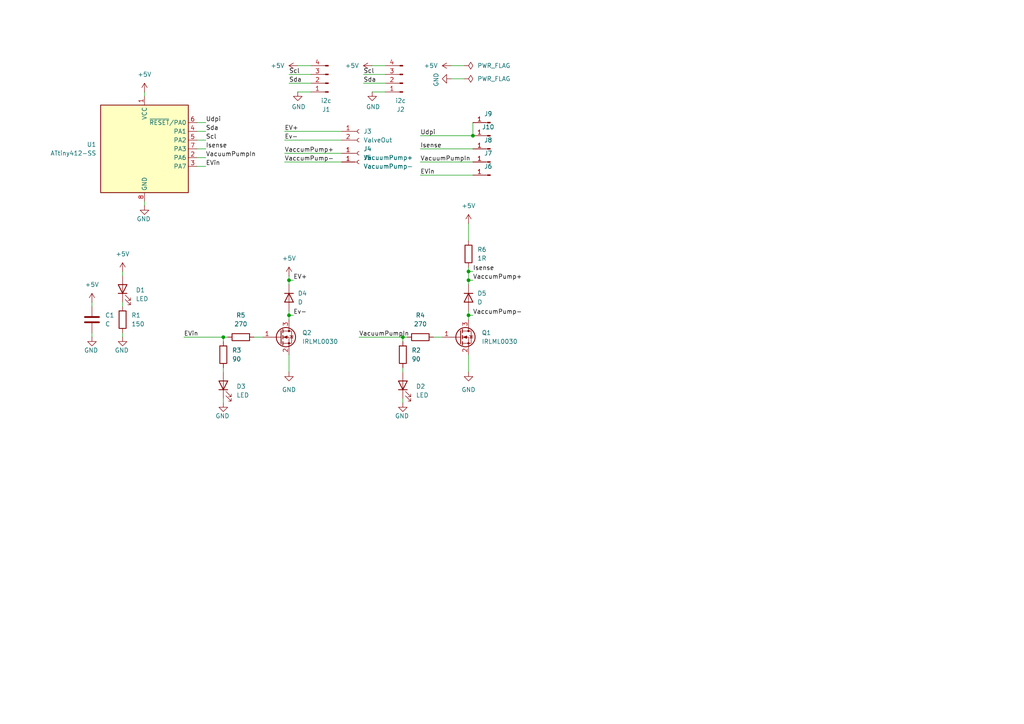
<source format=kicad_sch>
(kicad_sch (version 20231120) (generator "eeschema") (generator_version "8.0")
  (paper "A4")
  (lib_symbols
    (symbol "Connector:Conn_01x01_Pin" (pin_names (offset 1.016) hide)
      (property "Reference" "J" (at 0 2.54 0))
      (property "Value" "Conn_01x01_Pin" (at 0 -2.54 0))
      (symbol "Conn_01x01_Pin_1_1"
        (polyline (pts (xy 1.27 0) (xy 0.8636 0)) (stroke (width 0.1524)))
        (rectangle (start 0.8636 0.127) (end 0 -0.127) (stroke (width 0.1524)) (fill (type outline)))
        (pin passive line (at 5.08 0 180) (length 3.81) (name "Pin_1") (number "1"))
      )
    )
    (symbol "Connector:Conn_01x01_Socket" (pin_names (offset 1.016) hide)
      (property "Reference" "J" (at 0 2.54 0))
      (property "Value" "Conn_01x01_Socket" (at 0 -2.54 0))
      (symbol "Conn_01x01_Socket_1_1"
        (polyline (pts (xy -1.27 0) (xy -0.508 0)) (stroke (width 0.1524)))
        (arc (start 0 0.508) (mid -0.5058 0) (end 0 -0.508) (stroke (width 0.1524)))
        (pin passive line (at -5.08 0 0) (length 3.81) (name "Pin_1") (number "1"))
      )
    )
    (symbol "Connector:Conn_01x02_Socket" (pin_names (offset 1.016) hide)
      (property "Reference" "J" (at 0 2.54 0))
      (property "Value" "Conn_01x02_Socket" (at 0 -5.08 0))
      (symbol "Conn_01x02_Socket_1_1"
        (arc (start 0 -2.032) (mid -0.5058 -2.54) (end 0 -3.048) (stroke (width 0.1524)))
        (polyline (pts (xy -1.27 -2.54) (xy -0.508 -2.54)) (stroke (width 0.1524)))
        (polyline (pts (xy -1.27 0) (xy -0.508 0)) (stroke (width 0.1524)))
        (arc (start 0 0.508) (mid -0.5058 0) (end 0 -0.508) (stroke (width 0.1524)))
        (pin passive line (at -5.08 0 0) (length 3.81) (name "Pin_1") (number "1"))
        (pin passive line (at -5.08 -2.54 0) (length 3.81) (name "Pin_2") (number "2"))
      )
    )
    (symbol "Connector:Conn_01x04_Pin" (pin_names (offset 1.016) hide)
      (property "Reference" "J" (at 0 5.08 0))
      (property "Value" "Conn_01x04_Pin" (at 0 -7.62 0))
      (symbol "Conn_01x04_Pin_1_1"
        (polyline (pts (xy 1.27 -5.08) (xy 0.8636 -5.08)) (stroke (width 0.1524)))
        (polyline (pts (xy 1.27 -2.54) (xy 0.8636 -2.54)) (stroke (width 0.1524)))
        (polyline (pts (xy 1.27 0) (xy 0.8636 0)) (stroke (width 0.1524)))
        (polyline (pts (xy 1.27 2.54) (xy 0.8636 2.54)) (stroke (width 0.1524)))
        (rectangle (start 0.8636 -4.953) (end 0 -5.207) (stroke (width 0.1524)) (fill (type outline)))
        (rectangle (start 0.8636 -2.413) (end 0 -2.667) (stroke (width 0.1524)) (fill (type outline)))
        (rectangle (start 0.8636 0.127) (end 0 -0.127) (stroke (width 0.1524)) (fill (type outline)))
        (rectangle (start 0.8636 2.667) (end 0 2.413) (stroke (width 0.1524)) (fill (type outline)))
        (pin passive line (at 5.08 2.54 180) (length 3.81) (name "Pin_1") (number "1"))
        (pin passive line (at 5.08 0 180) (length 3.81) (name "Pin_2") (number "2"))
        (pin passive line (at 5.08 -2.54 180) (length 3.81) (name "Pin_3") (number "3"))
        (pin passive line (at 5.08 -5.08 180) (length 3.81) (name "Pin_4") (number "4"))
      )
    )
    (symbol "Device:C" (pin_numbers hide) (pin_names (offset 0.254))
      (property "Reference" "C" (at 0.635 2.54 0))
      (property "Value" "C" (at 0.635 -2.54 0))
      (symbol "C_0_1"
        (polyline (pts (xy -2.032 -0.762) (xy 2.032 -0.762)) (stroke (width 0.508)))
        (polyline (pts (xy -2.032 0.762) (xy 2.032 0.762)) (stroke (width 0.508)))
      )
      (symbol "C_1_1"
        (pin passive line (at 0 3.81 270) (length 2.794) (name "~") (number "1"))
        (pin passive line (at 0 -3.81 90) (length 2.794) (name "~") (number "2"))
      )
    )
    (symbol "Device:D" (pin_numbers hide) (pin_names (offset 1.016) hide)
      (property "Reference" "D" (at 0 2.54 0))
      (property "Value" "D" (at 0 -2.54 0))
      (symbol "D_0_1"
        (polyline (pts (xy -1.27 1.27) (xy -1.27 -1.27)) (stroke (width 0.254)))
        (polyline (pts (xy 1.27 0) (xy -1.27 0)))
        (polyline (pts (xy 1.27 1.27) (xy 1.27 -1.27) (xy -1.27 0) (xy 1.27 1.27)) (stroke (width 0.254)))
      )
      (symbol "D_1_1"
        (pin passive line (at -3.81 0 0) (length 2.54) (name "K") (number "1"))
        (pin passive line (at 3.81 0 180) (length 2.54) (name "A") (number "2"))
      )
    )
    (symbol "Device:LED" (pin_numbers hide) (pin_names (offset 1.016) hide)
      (property "Reference" "D" (at 0 2.54 0))
      (property "Value" "LED" (at 0 -2.54 0))
      (symbol "LED_0_1"
        (polyline (pts (xy -1.27 -1.27) (xy -1.27 1.27)) (stroke (width 0.254)))
        (polyline (pts (xy -1.27 0) (xy 1.27 0)))
        (polyline (pts (xy 1.27 -1.27) (xy 1.27 1.27) (xy -1.27 0) (xy 1.27 -1.27)) (stroke (width 0.254)))
        (polyline (pts (xy -3.048 -0.762) (xy -4.572 -2.286) (xy -3.81 -2.286) (xy -4.572 -2.286) (xy -4.572 -1.524)))
        (polyline (pts (xy -1.778 -0.762) (xy -3.302 -2.286) (xy -2.54 -2.286) (xy -3.302 -2.286) (xy -3.302 -1.524)))
      )
      (symbol "LED_1_1"
        (pin passive line (at -3.81 0 0) (length 2.54) (name "K") (number "1"))
        (pin passive line (at 3.81 0 180) (length 2.54) (name "A") (number "2"))
      )
    )
    (symbol "Device:R" (pin_numbers hide) (pin_names (offset 0))
      (property "Reference" "R" (at 2.032 0 90))
      (property "Value" "R" (at 0 0 90))
      (symbol "R_0_1"
        (rectangle (start -1.016 -2.54) (end 1.016 2.54) (stroke (width 0.254)))
      )
      (symbol "R_1_1"
        (pin passive line (at 0 3.81 270) (length 1.27) (name "~") (number "1"))
        (pin passive line (at 0 -3.81 90) (length 1.27) (name "~") (number "2"))
      )
    )
    (symbol "MCU_Microchip_ATtiny:ATtiny412-SS"
      (property "Reference" "U" (at -12.7 13.97 0))
      (property "Value" "ATtiny412-SS" (at 2.54 -13.97 0))
      (symbol "ATtiny412-SS_0_1"
        (rectangle (start -12.7 -12.7) (end 12.7 12.7) (stroke (width 0.254)) (fill (type background)))
      )
      (symbol "ATtiny412-SS_1_1"
        (pin power_in line (at 0 15.24 270) (length 2.54) (name "VCC") (number "1"))
        (pin bidirectional line (at 15.24 -2.54 180) (length 2.54) (name "PA6") (number "2"))
        (pin bidirectional line (at 15.24 -5.08 180) (length 2.54) (name "PA7") (number "3"))
        (pin bidirectional line (at 15.24 5.08 180) (length 2.54) (name "PA1") (number "4"))
        (pin bidirectional line (at 15.24 2.54 180) (length 2.54) (name "PA2") (number "5"))
        (pin bidirectional line (at 15.24 7.62 180) (length 2.54) (name "~{RESET}/PA0") (number "6"))
        (pin bidirectional line (at 15.24 0 180) (length 2.54) (name "PA3") (number "7"))
        (pin power_in line (at 0 -15.24 90) (length 2.54) (name "GND") (number "8"))
      )
    )
    (symbol "Transistor_FET:IRLML0030" (pin_names hide)
      (property "Reference" "Q" (at 5.08 1.905 0))
      (property "Value" "IRLML0030" (at 5.08 0 0))
      (symbol "IRLML0030_0_1"
        (polyline (pts (xy 0.254 0) (xy -2.54 0)))
        (polyline (pts (xy 0.254 1.905) (xy 0.254 -1.905)) (stroke (width 0.254)))
        (polyline (pts (xy 0.762 -1.27) (xy 0.762 -2.286)) (stroke (width 0.254)))
        (polyline (pts (xy 0.762 0.508) (xy 0.762 -0.508)) (stroke (width 0.254)))
        (polyline (pts (xy 0.762 2.286) (xy 0.762 1.27)) (stroke (width 0.254)))
        (polyline (pts (xy 2.54 2.54) (xy 2.54 1.778)))
        (polyline (pts (xy 2.54 -2.54) (xy 2.54 0) (xy 0.762 0)))
        (polyline (pts (xy 0.762 -1.778) (xy 3.302 -1.778) (xy 3.302 1.778) (xy 0.762 1.778)))
        (polyline (pts (xy 1.016 0) (xy 2.032 0.381) (xy 2.032 -0.381) (xy 1.016 0)) (fill (type outline)))
        (polyline (pts (xy 2.794 0.508) (xy 2.921 0.381) (xy 3.683 0.381) (xy 3.81 0.254)))
        (polyline (pts (xy 3.302 0.381) (xy 2.921 -0.254) (xy 3.683 -0.254) (xy 3.302 0.381)))
        (circle (center 1.651 0) (radius 2.794) (stroke (width 0.254)))
        (circle (center 2.54 -1.778) (radius 0.254) (fill (type outline)))
        (circle (center 2.54 1.778) (radius 0.254) (fill (type outline)))
      )
      (symbol "IRLML0030_1_1"
        (pin input line (at -5.08 0 0) (length 2.54) (name "G") (number "1"))
        (pin passive line (at 2.54 -5.08 90) (length 2.54) (name "S") (number "2"))
        (pin passive line (at 2.54 5.08 270) (length 2.54) (name "D") (number "3"))
      )
    )
    (symbol "power:+5V" (power) (pin_numbers hide) (pin_names (offset 0) hide)
      (property "Value" "+5V" (at 0 3.556 0))
      (symbol "+5V_0_1"
        (polyline (pts (xy -0.762 1.27) (xy 0 2.54)))
        (polyline (pts (xy 0 0) (xy 0 2.54)))
        (polyline (pts (xy 0 2.54) (xy 0.762 1.27)))
      )
      (symbol "+5V_1_1"
        (pin power_in line (at 0 0 90) (length 0) (name "~") (number "1"))
      )
    )
    (symbol "power:GND" (power) (pin_numbers hide) (pin_names (offset 0) hide)
      (property "Value" "GND" (at 0 -3.81 0))
      (symbol "GND_0_1"
        (polyline (pts (xy 0 0) (xy 0 -1.27) (xy 1.27 -1.27) (xy 0 -2.54) (xy -1.27 -1.27) (xy 0 -1.27)))
      )
      (symbol "GND_1_1"
        (pin power_in line (at 0 0 270) (length 0) (name "~") (number "1"))
      )
    )
    (symbol "power:PWR_FLAG" (power) (pin_numbers hide) (pin_names (offset 0) hide)
      (property "Value" "PWR_FLAG" (at 0 3.81 0))
      (symbol "PWR_FLAG_0_0"
        (pin power_out line (at 0 0 90) (length 0) (name "~") (number "1"))
      )
      (symbol "PWR_FLAG_0_1"
        (polyline (pts (xy 0 0) (xy 0 1.27) (xy -1.016 1.905) (xy 0 2.54) (xy 1.016 1.905) (xy 0 1.27)))
      )
    )
  )
  (junction (at 135.89 81.28))
  (junction (at 116.84 97.79))
  (junction (at 135.89 91.44))
  (junction (at 64.77 97.79))
  (junction (at 83.82 81.28))
  (junction (at 135.89 78.74))
  (junction (at 137.16 39.37))
  (junction (at 83.82 91.44))
  (wire (pts (xy 83.82 91.44) (xy 83.82 92.71)))
  (wire (pts (xy 57.15 35.56) (xy 59.69 35.56)))
  (wire (pts (xy 41.91 58.42) (xy 41.91 59.69)))
  (wire (pts (xy 35.56 78.74) (xy 35.56 80.01)))
  (wire (pts (xy 83.82 90.17) (xy 83.82 91.44)))
  (wire (pts (xy 105.41 24.13) (xy 111.76 24.13)))
  (wire (pts (xy 135.89 102.87) (xy 135.89 107.95)))
  (wire (pts (xy 57.15 40.64) (xy 59.69 40.64)))
  (wire (pts (xy 86.36 26.67) (xy 90.17 26.67)))
  (wire (pts (xy 83.82 102.87) (xy 83.82 107.95)))
  (wire (pts (xy 137.16 35.56) (xy 137.16 39.37)))
  (wire (pts (xy 105.41 21.59) (xy 111.76 21.59)))
  (wire (pts (xy 130.81 22.86) (xy 134.62 22.86)))
  (wire (pts (xy 135.89 64.77) (xy 135.89 69.85)))
  (wire (pts (xy 104.14 97.79) (xy 116.84 97.79)))
  (wire (pts (xy 107.95 19.05) (xy 111.76 19.05)))
  (wire (pts (xy 57.15 43.18) (xy 59.69 43.18)))
  (wire (pts (xy 64.77 106.68) (xy 64.77 107.95)))
  (wire (pts (xy 121.92 46.99) (xy 137.16 46.99)))
  (wire (pts (xy 135.89 90.17) (xy 135.89 91.44)))
  (wire (pts (xy 82.55 46.99) (xy 99.06 46.99)))
  (wire (pts (xy 82.55 44.45) (xy 99.06 44.45)))
  (wire (pts (xy 83.82 80.01) (xy 83.82 81.28)))
  (wire (pts (xy 35.56 96.52) (xy 35.56 97.79)))
  (wire (pts (xy 135.89 77.47) (xy 135.89 78.74)))
  (wire (pts (xy 85.09 81.28) (xy 83.82 81.28)))
  (wire (pts (xy 125.73 97.79) (xy 128.27 97.79)))
  (wire (pts (xy 135.89 91.44) (xy 137.16 91.44)))
  (wire (pts (xy 121.92 43.18) (xy 137.16 43.18)))
  (wire (pts (xy 83.82 21.59) (xy 90.17 21.59)))
  (wire (pts (xy 116.84 97.79) (xy 116.84 99.06)))
  (wire (pts (xy 121.92 50.8) (xy 137.16 50.8)))
  (wire (pts (xy 116.84 106.68) (xy 116.84 107.95)))
  (wire (pts (xy 57.15 38.1) (xy 59.69 38.1)))
  (wire (pts (xy 35.56 87.63) (xy 35.56 88.9)))
  (wire (pts (xy 53.34 97.79) (xy 64.77 97.79)))
  (wire (pts (xy 116.84 97.79) (xy 118.11 97.79)))
  (wire (pts (xy 83.82 24.13) (xy 90.17 24.13)))
  (wire (pts (xy 130.81 19.05) (xy 134.62 19.05)))
  (wire (pts (xy 83.82 81.28) (xy 83.82 82.55)))
  (wire (pts (xy 64.77 97.79) (xy 66.04 97.79)))
  (wire (pts (xy 83.82 91.44) (xy 85.09 91.44)))
  (wire (pts (xy 135.89 78.74) (xy 135.89 81.28)))
  (wire (pts (xy 82.55 38.1) (xy 99.06 38.1)))
  (wire (pts (xy 57.15 48.26) (xy 59.69 48.26)))
  (wire (pts (xy 73.66 97.79) (xy 76.2 97.79)))
  (wire (pts (xy 86.36 19.05) (xy 90.17 19.05)))
  (wire (pts (xy 107.95 26.67) (xy 111.76 26.67)))
  (wire (pts (xy 26.67 96.52) (xy 26.67 97.79)))
  (wire (pts (xy 135.89 81.28) (xy 135.89 82.55)))
  (wire (pts (xy 64.77 99.06) (xy 64.77 97.79)))
  (wire (pts (xy 121.92 39.37) (xy 137.16 39.37)))
  (wire (pts (xy 64.77 115.57) (xy 64.77 116.84)))
  (wire (pts (xy 82.55 40.64) (xy 99.06 40.64)))
  (wire (pts (xy 116.84 115.57) (xy 116.84 116.84)))
  (wire (pts (xy 135.89 78.74) (xy 137.16 78.74)))
  (wire (pts (xy 137.16 81.28) (xy 135.89 81.28)))
  (wire (pts (xy 41.91 26.67) (xy 41.91 27.94)))
  (wire (pts (xy 135.89 91.44) (xy 135.89 92.71)))
  (wire (pts (xy 57.15 45.72) (xy 59.69 45.72)))
  (wire (pts (xy 26.67 87.63) (xy 26.67 88.9)))
  (label "EVin" (at 59.69 48.26 0))
  (label "VaccumPump-" (at 82.55 46.99 0))
  (label "Sda" (at 83.82 24.13 0))
  (label "VacuumPumpIn" (at 59.69 45.72 0))
  (label "Scl" (at 105.41 21.59 0))
  (label "Ev-" (at 85.09 91.44 0))
  (label "VaccumPump+" (at 137.16 81.28 0))
  (label "VacuumPumpIn" (at 104.14 97.79 0))
  (label "Sda" (at 59.69 38.1 0))
  (label "Udpi" (at 121.92 39.37 0))
  (label "VacuumPumpIn" (at 121.92 46.99 0))
  (label "VaccumPump-" (at 137.16 91.44 0))
  (label "Ev-" (at 82.55 40.64 0))
  (label "VaccumPump+" (at 82.55 44.45 0))
  (label "Sda" (at 105.41 24.13 0))
  (label "EV+" (at 85.09 81.28 0))
  (label "Udpi" (at 59.69 35.56 0))
  (label "EVin" (at 121.92 50.8 0))
  (label "Scl" (at 59.69 40.64 0))
  (label "Isense" (at 59.69 43.18 0))
  (label "Isense" (at 121.92 43.18 0))
  (label "Isense" (at 137.16 78.74 0))
  (label "EV+" (at 82.55 38.1 0))
  (label "EVin" (at 53.34 97.79 0))
  (label "Scl" (at 83.82 21.59 0))
  (symbol (lib_id "Device:R") (at 69.85 97.79 90) (unit 1)
    (property "Reference" "R5" (at 69.85 91.44 90))
    (property "Value" "270" (at 69.85 93.98 90))
    (property "Footprint" "Resistor_SMD:R_0603_1608Metric_Pad0.98x0.95mm_HandSolder" (effects (hide yes)))
    (property "Description" "Resistor" (effects (hide yes)))
  )
  (symbol (lib_id "Device:R") (at 116.84 102.87 0) (unit 1)
    (property "Reference" "R2" (at 119.38 101.5999 0) (effects (justify left)))
    (property "Value" "90" (at 119.38 104.1399 0) (effects (justify left)))
    (property "Footprint" "Resistor_SMD:R_0603_1608Metric_Pad0.98x0.95mm_HandSolder" (effects (hide yes)))
    (property "Description" "Resistor" (effects (hide yes)))
  )
  (symbol (lib_id "power:GND") (at 83.82 107.95 0) (unit 1)
    (property "Reference" "#PWR07" (effects (hide yes)))
    (property "Value" "GND" (at 83.82 113.03 0))
    (property "Description" "Power symbol creates a global label with name \"GND\" , ground" (effects (hide yes)))
  )
  (symbol (lib_id "power:GND") (at 130.81 22.86 270) (unit 1)
    (property "Reference" "#PWR016" (effects (hide yes)))
    (property "Value" "GND" (at 126.492 23.114 0))
    (property "Description" "Power symbol creates a global label with name \"GND\" , ground" (effects (hide yes)))
  )
  (symbol (lib_id "Device:LED") (at 64.77 111.76 90) (unit 1)
    (property "Reference" "D3" (at 68.58 112.0774 90) (effects (justify right)))
    (property "Value" "LED" (at 68.58 114.6174 90) (effects (justify right)))
    (property "Footprint" "Diode_SMD:D_0603_1608Metric_Pad1.05x0.95mm_HandSolder" (effects (hide yes)))
    (property "Description" "Light emitting diode" (effects (hide yes)))
  )
  (symbol (lib_id "power:PWR_FLAG") (at 134.62 22.86 270) (unit 1)
    (property "Reference" "#FLG01" (effects (hide yes)))
    (property "Value" "PWR_FLAG" (at 138.43 22.8599 90) (effects (justify left)))
    (property "Description" "Special symbol for telling ERC where power comes from" (effects (hide yes)))
  )
  (symbol (lib_id "Device:R") (at 135.89 73.66 0) (unit 1)
    (property "Reference" "R6" (at 138.43 72.3899 0) (effects (justify left)))
    (property "Value" "1R" (at 138.43 74.9299 0) (effects (justify left)))
    (property "Footprint" "Resistor_SMD:R_1206_3216Metric_Pad1.30x1.75mm_HandSolder" (effects (hide yes)))
    (property "Description" "Resistor" (effects (hide yes)))
  )
  (symbol (lib_id "Connector:Conn_01x01_Pin") (at 142.24 39.37 180) (unit 1)
    (property "Reference" "J10" (at 141.605 36.83 0))
    (property "Value" "Conn_01x01_Pin" (effects (hide yes)))
    (property "Footprint" "Connector_PinSocket_2.54mm:PinSocket_1x01_P2.54mm_Vertical" (effects (hide yes)))
    (property "Description" "Generic connector, single row, 01x01, script generated" (effects (hide yes)))
  )
  (symbol (lib_id "power:GND") (at 116.84 116.84 0) (unit 1)
    (property "Reference" "#PWR09" (effects (hide yes)))
    (property "Value" "GND" (at 116.586 120.65 0))
    (property "Description" "Power symbol creates a global label with name \"GND\" , ground" (effects (hide yes)))
  )
  (symbol (lib_id "Device:R") (at 121.92 97.79 90) (unit 1)
    (property "Reference" "R4" (at 121.92 91.44 90))
    (property "Value" "270" (at 121.92 93.98 90))
    (property "Footprint" "Resistor_SMD:R_0603_1608Metric_Pad0.98x0.95mm_HandSolder" (effects (hide yes)))
    (property "Description" "Resistor" (effects (hide yes)))
  )
  (symbol (lib_id "Device:D") (at 83.82 86.36 270) (unit 1)
    (property "Reference" "D4" (at 86.36 85.0899 90) (effects (justify left)))
    (property "Value" "D" (at 86.36 87.6299 90) (effects (justify left)))
    (property "Footprint" "Diode_SMD:D_SOD-123" (effects (hide yes)))
    (property "Description" "Diode" (effects (hide yes)))
    (property "Sim.Device" "D" (effects (hide yes)))
    (property "Sim.Pins" "1=K 2=A" (effects (hide yes)))
  )
  (symbol (lib_id "Connector:Conn_01x04_Pin") (at 95.25 24.13 180) (unit 1)
    (property "Reference" "J1" (at 94.615 31.75 0))
    (property "Value" "i2c" (at 94.615 29.21 0))
    (property "Footprint" "Connector_PinHeader_2.54mm:PinHeader_1x04_P2.54mm_Vertical" (effects (hide yes)))
    (property "Description" "Generic connector, single row, 01x04, script generated" (effects (hide yes)))
  )
  (symbol (lib_id "power:GND") (at 64.77 116.84 0) (unit 1)
    (property "Reference" "#PWR010" (effects (hide yes)))
    (property "Value" "GND" (at 64.516 120.65 0))
    (property "Description" "Power symbol creates a global label with name \"GND\" , ground" (effects (hide yes)))
  )
  (symbol (lib_id "Transistor_FET:IRLML0030") (at 133.35 97.79 0) (unit 1)
    (property "Reference" "Q1" (at 139.7 96.5199 0) (effects (justify left)))
    (property "Value" "IRLML0030" (at 139.7 99.0599 0) (effects (justify left)))
    (property "Footprint" "Package_TO_SOT_SMD:SOT-23" (effects (hide yes)))
    (property "Datasheet" "https://www.infineon.com/dgdl/irlml0030pbf.pdf?fileId=5546d462533600a401535664773825df" (effects (hide yes)))
    (property "Description" "5.3A Id, 30V Vds, 27mOhm Rds, N-Channel HEXFET Power MOSFET, SOT-23" (effects (hide yes)))
  )
  (symbol (lib_id "power:GND") (at 35.56 97.79 0) (unit 1)
    (property "Reference" "#PWR08" (effects (hide yes)))
    (property "Value" "GND" (at 35.306 101.6 0))
    (property "Description" "Power symbol creates a global label with name \"GND\" , ground" (effects (hide yes)))
  )
  (symbol (lib_id "Device:R") (at 64.77 102.87 0) (unit 1)
    (property "Reference" "R3" (at 67.31 101.5999 0) (effects (justify left)))
    (property "Value" "90" (at 67.31 104.1399 0) (effects (justify left)))
    (property "Footprint" "Resistor_SMD:R_0603_1608Metric_Pad0.98x0.95mm_HandSolder" (effects (hide yes)))
    (property "Description" "Resistor" (effects (hide yes)))
  )
  (symbol (lib_id "Connector:Conn_01x01_Socket") (at 104.14 44.45 0) (unit 1)
    (property "Reference" "J4" (at 105.41 43.1799 0) (effects (justify left)))
    (property "Value" "VacuumPump+" (at 105.41 45.7199 0) (effects (justify left)))
    (property "Footprint" "MountingHole:MountingHole_2.5mm_Pad_TopBottom" (effects (hide yes)))
    (property "Description" "Generic connector, single row, 01x01, script generated" (effects (hide yes)))
  )
  (symbol (lib_id "Device:LED") (at 35.56 83.82 90) (unit 1)
    (property "Reference" "D1" (at 39.37 84.1374 90) (effects (justify right)))
    (property "Value" "LED" (at 39.37 86.6774 90) (effects (justify right)))
    (property "Footprint" "Diode_SMD:D_0603_1608Metric_Pad1.05x0.95mm_HandSolder" (effects (hide yes)))
    (property "Description" "Light emitting diode" (effects (hide yes)))
  )
  (symbol (lib_id "Connector:Conn_01x01_Socket") (at 104.14 46.99 0) (unit 1)
    (property "Reference" "J5" (at 105.41 45.7199 0) (effects (justify left)))
    (property "Value" "VacuumPump-" (at 105.41 48.2599 0) (effects (justify left)))
    (property "Footprint" "MountingHole:MountingHole_2.5mm_Pad_TopBottom" (effects (hide yes)))
    (property "Description" "Generic connector, single row, 01x01, script generated" (effects (hide yes)))
  )
  (symbol (lib_id "power:GND") (at 26.67 97.79 0) (unit 1)
    (property "Reference" "#PWR03" (effects (hide yes)))
    (property "Value" "GND" (at 26.416 101.6 0))
    (property "Description" "Power symbol creates a global label with name \"GND\" , ground" (effects (hide yes)))
  )
  (symbol (lib_id "Connector:Conn_01x01_Pin") (at 142.24 50.8 180) (unit 1)
    (property "Reference" "J6" (at 141.605 48.26 0))
    (property "Value" "Conn_01x01_Pin" (effects (hide yes)))
    (property "Footprint" "Connector_Wire:SolderWirePad_1x01_SMD_1x2mm" (effects (hide yes)))
    (property "Description" "Generic connector, single row, 01x01, script generated" (effects (hide yes)))
  )
  (symbol (lib_id "Connector:Conn_01x01_Pin") (at 142.24 35.56 180) (unit 1)
    (property "Reference" "J9" (at 141.605 33.02 0))
    (property "Value" "Conn_01x01_Pin" (effects (hide yes)))
    (property "Footprint" "Connector_Wire:SolderWirePad_1x01_SMD_1x2mm" (effects (hide yes)))
    (property "Description" "Generic connector, single row, 01x01, script generated" (effects (hide yes)))
  )
  (symbol (lib_id "Connector:Conn_01x01_Pin") (at 142.24 46.99 180) (unit 1)
    (property "Reference" "J7" (at 141.605 44.45 0))
    (property "Value" "Conn_01x01_Pin" (effects (hide yes)))
    (property "Footprint" "Connector_Wire:SolderWirePad_1x01_SMD_1x2mm" (effects (hide yes)))
    (property "Description" "Generic connector, single row, 01x01, script generated" (effects (hide yes)))
  )
  (symbol (lib_id "Connector:Conn_01x04_Pin") (at 116.84 24.13 180) (unit 1)
    (property "Reference" "J2" (at 116.205 31.75 0))
    (property "Value" "i2c" (at 116.205 29.21 0))
    (property "Footprint" "Connector_PinHeader_2.54mm:PinHeader_1x04_P2.54mm_Vertical" (effects (hide yes)))
    (property "Description" "Generic connector, single row, 01x04, script generated" (effects (hide yes)))
  )
  (symbol (lib_id "Device:D") (at 135.89 86.36 270) (unit 1)
    (property "Reference" "D5" (at 138.43 85.0899 90) (effects (justify left)))
    (property "Value" "D" (at 138.43 87.6299 90) (effects (justify left)))
    (property "Footprint" "Diode_SMD:D_SOD-123" (effects (hide yes)))
    (property "Description" "Diode" (effects (hide yes)))
    (property "Sim.Device" "D" (effects (hide yes)))
    (property "Sim.Pins" "1=K 2=A" (effects (hide yes)))
  )
  (symbol (lib_id "power:GND") (at 107.95 26.67 0) (unit 1)
    (property "Reference" "#PWR018" (effects (hide yes)))
    (property "Value" "GND" (at 108.204 30.988 0))
    (property "Description" "Power symbol creates a global label with name \"GND\" , ground" (effects (hide yes)))
  )
  (symbol (lib_id "power:+5V") (at 41.91 26.67 0) (unit 1)
    (property "Reference" "#PWR012" (effects (hide yes)))
    (property "Value" "+5V" (at 41.91 21.59 0))
    (property "Description" "Power symbol creates a global label with name \"+5V\"" (effects (hide yes)))
  )
  (symbol (lib_id "Device:LED") (at 116.84 111.76 90) (unit 1)
    (property "Reference" "D2" (at 120.65 112.0774 90) (effects (justify right)))
    (property "Value" "LED" (at 120.65 114.6174 90) (effects (justify right)))
    (property "Footprint" "Diode_SMD:D_0603_1608Metric_Pad1.05x0.95mm_HandSolder" (effects (hide yes)))
    (property "Description" "Light emitting diode" (effects (hide yes)))
  )
  (symbol (lib_id "power:+5V") (at 107.95 19.05 90) (unit 1)
    (property "Reference" "#PWR017" (effects (hide yes)))
    (property "Value" "+5V" (at 104.14 19.0501 90) (effects (justify left)))
    (property "Description" "Power symbol creates a global label with name \"+5V\"" (effects (hide yes)))
  )
  (symbol (lib_id "MCU_Microchip_ATtiny:ATtiny412-SS") (at 41.91 43.18 0) (unit 1)
    (property "Reference" "U1" (at 27.94 41.9099 0) (effects (justify right)))
    (property "Value" "ATtiny412-SS" (at 27.94 44.4499 0) (effects (justify right)))
    (property "Footprint" "Package_SO:SOIC-8_3.9x4.9mm_P1.27mm" (effects (hide yes)))
    (property "Datasheet" "http://ww1.microchip.com/downloads/en/DeviceDoc/40001911A.pdf" (effects (hide yes)))
    (property "Description" "20MHz, 4kB Flash, 256B SRAM, 128B EEPROM, SOIC-8" (effects (hide yes)))
  )
  (symbol (lib_id "power:PWR_FLAG") (at 134.62 19.05 270) (unit 1)
    (property "Reference" "#FLG02" (effects (hide yes)))
    (property "Value" "PWR_FLAG" (at 138.43 19.0499 90) (effects (justify left)))
    (property "Description" "Special symbol for telling ERC where power comes from" (effects (hide yes)))
  )
  (symbol (lib_id "Device:R") (at 35.56 92.71 0) (unit 1)
    (property "Reference" "R1" (at 38.1 91.4399 0) (effects (justify left)))
    (property "Value" "150" (at 38.1 93.9799 0) (effects (justify left)))
    (property "Footprint" "Resistor_SMD:R_0603_1608Metric_Pad0.98x0.95mm_HandSolder" (effects (hide yes)))
    (property "Description" "Resistor" (effects (hide yes)))
  )
  (symbol (lib_id "power:+5V") (at 26.67 87.63 0) (unit 1)
    (property "Reference" "#PWR02" (effects (hide yes)))
    (property "Value" "+5V" (at 26.67 82.55 0))
    (property "Description" "Power symbol creates a global label with name \"+5V\"" (effects (hide yes)))
  )
  (symbol (lib_id "power:+5V") (at 86.36 19.05 90) (unit 1)
    (property "Reference" "#PWR013" (effects (hide yes)))
    (property "Value" "+5V" (at 82.55 19.0501 90) (effects (justify left)))
    (property "Description" "Power symbol creates a global label with name \"+5V\"" (effects (hide yes)))
  )
  (symbol (lib_id "power:+5V") (at 35.56 78.74 0) (unit 1)
    (property "Reference" "#PWR06" (effects (hide yes)))
    (property "Value" "+5V" (at 35.56 73.66 0))
    (property "Description" "Power symbol creates a global label with name \"+5V\"" (effects (hide yes)))
  )
  (symbol (lib_id "power:+5V") (at 135.89 64.77 0) (unit 1)
    (property "Reference" "#PWR05" (effects (hide yes)))
    (property "Value" "+5V" (at 135.89 59.69 0))
    (property "Description" "Power symbol creates a global label with name \"+5V\"" (effects (hide yes)))
  )
  (symbol (lib_id "power:+5V") (at 130.81 19.05 90) (unit 1)
    (property "Reference" "#PWR015" (effects (hide yes)))
    (property "Value" "+5V" (at 127 19.0499 90) (effects (justify left)))
    (property "Description" "Power symbol creates a global label with name \"+5V\"" (effects (hide yes)))
  )
  (symbol (lib_id "Device:C") (at 26.67 92.71 0) (unit 1)
    (property "Reference" "C1" (at 30.48 91.4399 0) (effects (justify left)))
    (property "Value" "C" (at 30.48 93.9799 0) (effects (justify left)))
    (property "Footprint" "Capacitor_SMD:C_0603_1608Metric_Pad1.08x0.95mm_HandSolder" (effects (hide yes)))
    (property "Description" "Unpolarized capacitor" (effects (hide yes)))
  )
  (symbol (lib_id "power:+5V") (at 83.82 80.01 0) (unit 1)
    (property "Reference" "#PWR01" (effects (hide yes)))
    (property "Value" "+5V" (at 83.82 74.93 0))
    (property "Description" "Power symbol creates a global label with name \"+5V\"" (effects (hide yes)))
  )
  (symbol (lib_id "Connector:Conn_01x02_Socket") (at 104.14 38.1 0) (unit 1)
    (property "Reference" "J3" (at 105.41 38.0999 0) (effects (justify left)))
    (property "Value" "ValveOut" (at 105.41 40.6399 0) (effects (justify left)))
    (property "Footprint" "Connector_PinHeader_2.54mm:PinHeader_1x02_P2.54mm_Vertical" (effects (hide yes)))
    (property "Description" "Generic connector, single row, 01x02, script generated" (effects (hide yes)))
  )
  (symbol (lib_id "Transistor_FET:IRLML0030") (at 81.28 97.79 0) (unit 1)
    (property "Reference" "Q2" (at 87.63 96.5199 0) (effects (justify left)))
    (property "Value" "IRLML0030" (at 87.63 99.0599 0) (effects (justify left)))
    (property "Footprint" "Package_TO_SOT_SMD:SOT-23" (effects (hide yes)))
    (property "Datasheet" "https://www.infineon.com/dgdl/irlml0030pbf.pdf?fileId=5546d462533600a401535664773825df" (effects (hide yes)))
    (property "Description" "5.3A Id, 30V Vds, 27mOhm Rds, N-Channel HEXFET Power MOSFET, SOT-23" (effects (hide yes)))
  )
  (symbol (lib_id "power:GND") (at 86.36 26.67 0) (unit 1)
    (property "Reference" "#PWR014" (effects (hide yes)))
    (property "Value" "GND" (at 86.614 30.988 0))
    (property "Description" "Power symbol creates a global label with name \"GND\" , ground" (effects (hide yes)))
  )
  (symbol (lib_id "power:GND") (at 41.91 59.69 0) (unit 1)
    (property "Reference" "#PWR011" (effects (hide yes)))
    (property "Value" "GND" (at 41.656 63.5 0))
    (property "Description" "Power symbol creates a global label with name \"GND\" , ground" (effects (hide yes)))
  )
  (symbol (lib_id "power:GND") (at 135.89 107.95 0) (unit 1)
    (property "Reference" "#PWR04" (effects (hide yes)))
    (property "Value" "GND" (at 135.89 113.03 0))
    (property "Description" "Power symbol creates a global label with name \"GND\" , ground" (effects (hide yes)))
  )
  (symbol (lib_id "Connector:Conn_01x01_Pin") (at 142.24 43.18 180) (unit 1)
    (property "Reference" "J8" (at 141.605 40.64 0))
    (property "Value" "Conn_01x01_Pin" (effects (hide yes)))
    (property "Footprint" "Connector_Wire:SolderWirePad_1x01_SMD_1x2mm" (effects (hide yes)))
    (property "Description" "Generic connector, single row, 01x01, script generated" (effects (hide yes)))
  )
)
</source>
